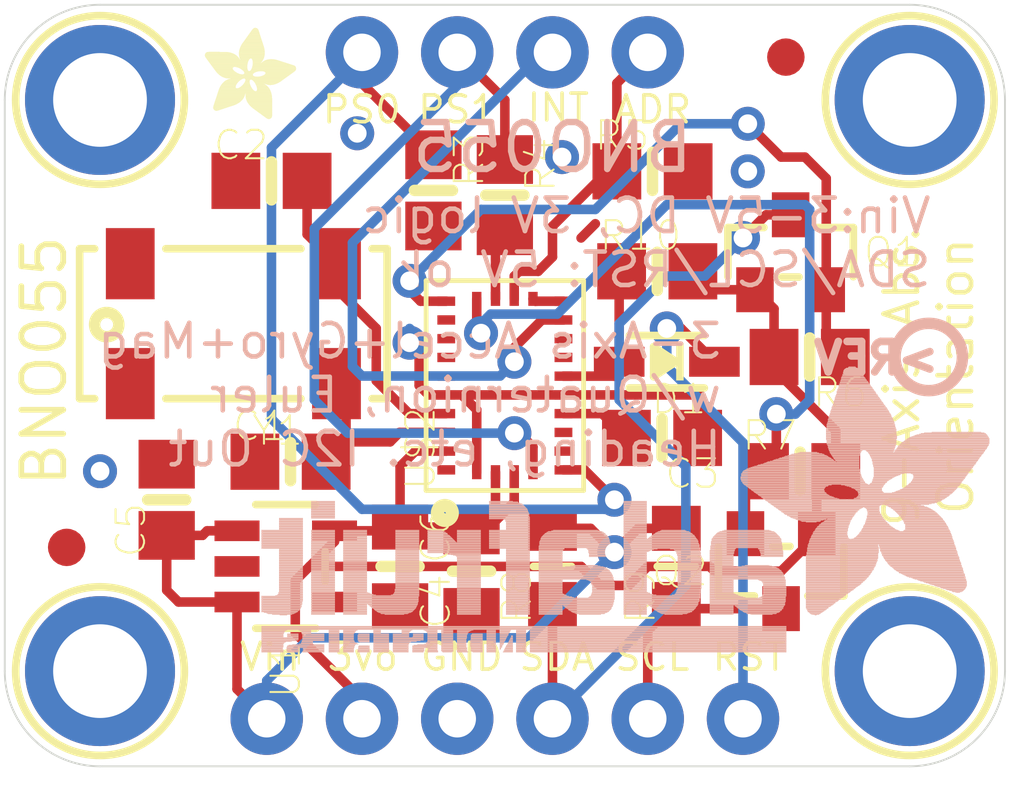
<source format=kicad_pcb>
(kicad_pcb (version 20211014) (generator pcbnew)
  (layers (0 "F.Cu" signal) (31 "B.Cu" signal) (34 "B.Paste" user) (35 "F.Paste" user) (36 "B.SilkS" user "B.Silkscreen") (37 "F.SilkS" user "F.Silkscreen") (38 "B.Mask" user) (39 "F.Mask" user) (44 "Edge.Cuts" user))
  (net 0 "")
  (net 1 "PS1_3V")
  (net 2 "PS0_3V")
  (net 3 "NRESET_3V")
  (net 4 "INT_3V")
  (net 5 "GND")
  (net 6 "I2CADDR_3V")
  (net 7 "SDA_3V")
  (net 8 "SCL_3V")
  (net 9 "N$1")
  (net 10 "N$2")
  (net 11 "N$3")
  (net 12 "5.0V")
  (net 13 "SDA_5V")
  (net 14 "SCL_5V")
  (net 15 "3.3V")
  (net 16 "RST_5V")
  (footprint "Adafruit BNO055:1X04_ROUND_76" (layer "F.Cu") (at 148.5011 96.1136)
    (fp_text reference "JP2" hide)
    (fp_text value "")
    (pad "1" thru_hole circle (at -3.81 0 90) (size 1.9304 1.9304) (drill 1) (layers *.Cu *.Mask) (net 2 "PS0_3V"))
    (pad "2" thru_hole circle (at -1.27 0 90) (size 1.9304 1.9304) (drill 1) (layers *.Cu *.Mask) (net 1 "PS1_3V"))
    (pad "3" thru_hole circle (at 1.27 0 90) (size 1.9304 1.9304) (drill 1) (layers *.Cu *.Mask) (net 4 "INT_3V"))
    (pad "4" thru_hole circle (at 3.81 0 90) (size 1.9304 1.9304) (drill 1) (layers *.Cu *.Mask) (net 6 "I2CADDR_3V"))
  )
  (footprint "Adafruit BNO055:_0805MP" (layer "F.Cu") (at 153.0731 109.8296 90)
    (fp_text reference "R9" (at -1.5875 -0.9525 90) (layer "F.SilkS") (effects (font (size 0.75948 0.75948) (thickness 0.05332)) (justify left)))
    (fp_text value "10K")
    (pad "1" smd rect (at -1.016 0 90) (size 1.2 1.3) (layers "F.Cu" "F.Paste" "F.Mask") (net 14 "SCL_5V"))
    (pad "2" smd rect (at 1.016 0 90) (size 1.2 1.3) (layers "F.Cu" "F.Paste" "F.Mask") (net 12 "5.0V"))
  )
  (footprint "Adafruit BNO055:0805-NO" (layer "F.Cu") (at 139.4841 108.0516 90)
    (fp_text reference "C5" (at -1.5875 -0.9525 90) (layer "F.SilkS") (effects (font (size 0.75948 0.75948) (thickness 0.05332)) (justify left)))
    (fp_text value "10uF")
    (pad "1" smd rect (at -0.95 0 90) (size 1.3 1.5) (layers "F.Cu" "F.Paste" "F.Mask") (net 12 "5.0V"))
    (pad "2" smd rect (at 0.95 0 90) (size 1.3 1.5) (layers "F.Cu" "F.Paste" "F.Mask") (net 5 "GND"))
  )
  (footprint "Adafruit BNO055:0805-NO" (layer "F.Cu") (at 142.7861 107.0356)
    (fp_text reference "C1" (at -1.5875 -0.9525) (layer "F.SilkS") (effects (font (size 0.75948 0.75948) (thickness 0.05332)) (justify left)))
    (fp_text value "22pF")
    (pad "1" smd rect (at -0.95 0) (size 1.3 1.5) (layers "F.Cu" "F.Paste" "F.Mask") (net 5 "GND"))
    (pad "2" smd rect (at 0.95 0) (size 1.3 1.5) (layers "F.Cu" "F.Paste" "F.Mask") (net 9 "N$1"))
  )
  (footprint "Adafruit BNO055:SOD-323" (layer "F.Cu") (at 152.8191 104.3686 180)
    (fp_text reference "D1" (at -1.1 -1) (layer "F.SilkS") (effects (font (size 0.75948 0.75948) (thickness 0.05332)) (justify right)))
    (fp_text value "1n4148")
    (pad "A" smd rect (at 1.27 0 180) (size 1.35 0.8) (layers "F.Cu" "F.Paste" "F.Mask") (net 3 "NRESET_3V"))
    (pad "C" smd rect (at -1.27 0 180) (size 1.35 0.8) (layers "F.Cu" "F.Paste" "F.Mask") (net 16 "RST_5V"))
  )
  (footprint "Adafruit BNO055:0805-NO" (layer "F.Cu") (at 152.5651 101.9556)
    (fp_text reference "R10" (at -1.5875 -0.9525) (layer "F.SilkS") (effects (font (size 0.75948 0.75948) (thickness 0.05332)) (justify left)))
    (fp_text value "10K")
    (pad "1" smd rect (at -0.95 0) (size 1.3 1.5) (layers "F.Cu" "F.Paste" "F.Mask") (net 3 "NRESET_3V"))
    (pad "2" smd rect (at 0.95 0) (size 1.3 1.5) (layers "F.Cu" "F.Paste" "F.Mask") (net 15 "3.3V"))
  )
  (footprint "Adafruit BNO055:0805-NO" (layer "F.Cu") (at 156.6291 104.2416 180)
    (fp_text reference "R6" (at -1.5875 -0.9525) (layer "F.SilkS") (effects (font (size 0.75948 0.75948) (thickness 0.05332)) (justify right)))
    (fp_text value "10K")
    (pad "1" smd rect (at -0.95 0 180) (size 1.3 1.5) (layers "F.Cu" "F.Paste" "F.Mask") (net 7 "SDA_3V"))
    (pad "2" smd rect (at 0.95 0 180) (size 1.3 1.5) (layers "F.Cu" "F.Paste" "F.Mask") (net 15 "3.3V"))
  )
  (footprint "Adafruit BNO055:0805-NO" (layer "F.Cu") (at 142.2781 99.5426)
    (fp_text reference "C2" (at -1.5875 -0.9525) (layer "F.SilkS") (effects (font (size 0.75948 0.75948) (thickness 0.05332)) (justify left)))
    (fp_text value "22pF")
    (pad "1" smd rect (at -0.95 0) (size 1.3 1.5) (layers "F.Cu" "F.Paste" "F.Mask") (net 5 "GND"))
    (pad "2" smd rect (at 0.95 0) (size 1.3 1.5) (layers "F.Cu" "F.Paste" "F.Mask") (net 10 "N$2"))
  )
  (footprint "Adafruit BNO055:FIDUCIAL_1MM" (layer "F.Cu") (at 136.8171 109.3216)
    (fp_text reference "FID2" hide)
    (fp_text value "FIDUCIAL\"\"" hide)
    (pad "1" smd roundrect (at 0 0) (size 1 1) (layers "F.Cu" "F.Mask") (roundrect_rratio 0.5))
  )
  (footprint "Adafruit BNO055:0805_10MGAP" (layer "F.Cu") (at 147.6121 109.9566 90)
    (fp_text reference "C4" (at -1.5875 -0.9525 90) (layer "F.SilkS") (effects (font (size 0.75948 0.75948) (thickness 0.05332)) (justify left)))
    (fp_text value "0.1uF")
    (pad "1" smd rect (at -1.05 0 90) (size 1.2 1.5) (layers "F.Cu" "F.Paste" "F.Mask") (net 5 "GND"))
    (pad "2" smd rect (at 1.05 0 90) (size 1.2 1.5) (layers "F.Cu" "F.Paste" "F.Mask") (net 15 "3.3V"))
  )
  (footprint "Adafruit BNO055:SOT23-WIDE" (layer "F.Cu") (at 155.8671 109.9566 180)
    (fp_text reference "Q2" (at 1.905 0) (layer "F.SilkS") (effects (font (size 0.75948 0.75948) (thickness 0.05332)) (justify right)))
    (fp_text value "BSS138")
    (pad "1" smd rect (at -0.95 1 180) (size 1 1.2) (layers "F.Cu" "F.Paste" "F.Mask") (net 15 "3.3V"))
    (pad "2" smd rect (at 0.95 1 180) (size 1 1.2) (layers "F.Cu" "F.Paste" "F.Mask") (net 8 "SCL_3V"))
    (pad "3" smd rect (at 0 -1 180) (size 1 1.2) (layers "F.Cu" "F.Paste" "F.Mask") (net 14 "SCL_5V"))
  )
  (footprint "Adafruit BNO055:CRYSTAL_8X3.8" (layer "F.Cu") (at 141.2621 103.3526 180)
    (fp_text reference "Y1" (at -1.9 -2.854) (layer "F.SilkS") (effects (font (size 0.75948 0.75948) (thickness 0.05332)) (justify right)))
    (fp_text value "32.768kHz")
    (pad "P$1" smd rect (at -2.75 1.6 180) (size 1.3 1.9) (layers "F.Cu" "F.Paste" "F.Mask") (net 10 "N$2"))
    (pad "P$2" smd rect (at 2.75 1.6 180) (size 1.3 1.9) (layers "F.Cu" "F.Paste" "F.Mask"))
    (pad "P$3" smd rect (at 2.75 -1.6 180) (size 1.3 1.9) (layers "F.Cu" "F.Paste" "F.Mask"))
    (pad "P$4" smd rect (at -2.75 -1.6 180) (size 1.3 1.9) (layers "F.Cu" "F.Paste" "F.Mask") (net 9 "N$1"))
  )
  (footprint "Adafruit BNO055:0805-NO" (layer "F.Cu") (at 146.5961 99.7966 -90)
    (fp_text reference "R3" (at -1.5875 -0.9525 90) (layer "F.SilkS") (effects (font (size 0.75948 0.75948) (thickness 0.05332)) (justify right)))
    (fp_text value "10K")
    (pad "1" smd rect (at -0.95 0 270) (size 1.3 1.5) (layers "F.Cu" "F.Paste" "F.Mask") (net 2 "PS0_3V"))
    (pad "2" smd rect (at 0.95 0 270) (size 1.3 1.5) (layers "F.Cu" "F.Paste" "F.Mask") (net 5 "GND"))
  )
  (footprint "Adafruit BNO055:ADAFRUIT_2.5MM" (layer "F.Cu") (at 140.5001 97.8916)
    (fp_text reference "U$33" hide)
    (fp_text value "" hide)
  )
  (footprint "Adafruit BNO055:FIDUCIAL_1MM" (layer "F.Cu") (at 155.9941 96.2406)
    (fp_text reference "FID1" hide)
    (fp_text value "FIDUCIAL\"\"" hide)
    (pad "1" smd roundrect (at 0 0) (size 1 1) (layers "F.Cu" "F.Mask") (roundrect_rratio 0.5))
  )
  (footprint "Adafruit BNO055:_0805MP" (layer "F.Cu") (at 149.7711 109.8296 90)
    (fp_text reference "R8" (at -1.5875 -0.9525 90) (layer "F.SilkS") (effects (font (size 0.75948 0.75948) (thickness 0.05332)) (justify left)))
    (fp_text value "10K")
    (pad "1" smd rect (at -1.016 0 90) (size 1.2 1.3) (layers "F.Cu" "F.Paste" "F.Mask") (net 13 "SDA_5V"))
    (pad "2" smd rect (at 1.016 0 90) (size 1.2 1.3) (layers "F.Cu" "F.Paste" "F.Mask") (net 12 "5.0V"))
  )
  (footprint "Adafruit BNO055:SOT23-5" (layer "F.Cu") (at 142.6591 109.8296 -90)
    (fp_text reference "U1" (at 1.978 0 90) (layer "F.SilkS") (effects (font (size 0.75948 0.75948) (thickness 0.05332)) (justify right)))
    (fp_text value "MIC5225-3.3")
    (pad "1" smd rect (at -0.95 1.3001 270) (size 0.55 1.2) (layers "F.Cu" "F.Paste" "F.Mask") (net 12 "5.0V"))
    (pad "2" smd rect (at 0 1.3001 270) (size 0.55 1.2) (layers "F.Cu" "F.Paste" "F.Mask") (net 5 "GND"))
    (pad "3" smd rect (at 0.95 1.3001 270) (size 0.55 1.2) (layers "F.Cu" "F.Paste" "F.Mask") (net 12 "5.0V"))
    (pad "4" smd rect (at 0.95 -1.3001 270) (size 0.55 1.2) (layers "F.Cu" "F.Paste" "F.Mask"))
    (pad "5" smd rect (at -0.95 -1.3001 270) (size 0.55 1.2) (layers "F.Cu" "F.Paste" "F.Mask") (net 15 "3.3V"))
  )
  (footprint "Adafruit BNO055:SOT23-WIDE" (layer "F.Cu") (at 156.1211 101.4476)
    (fp_text reference "Q1" (at 1.905 0) (layer "F.SilkS") (effects (font (size 0.75948 0.75948) (thickness 0.05332)) (justify left)))
    (fp_text value "BSS138")
    (pad "1" smd rect (at -0.95 1) (size 1 1.2) (layers "F.Cu" "F.Paste" "F.Mask") (net 15 "3.3V"))
    (pad "2" smd rect (at 0.95 1) (size 1 1.2) (layers "F.Cu" "F.Paste" "F.Mask") (net 7 "SDA_3V"))
    (pad "3" smd rect (at 0 -1) (size 1 1.2) (layers "F.Cu" "F.Paste" "F.Mask") (net 13 "SDA_5V"))
  )
  (footprint "Adafruit BNO055:0805-NO" (layer "F.Cu") (at 148.5011 99.9236 -90)
    (fp_text reference "R4" (at -1.5875 -0.9525 90) (layer "F.SilkS") (effects (font (size 0.75948 0.75948) (thickness 0.05332)) (justify right)))
    (fp_text value "10K")
    (pad "1" smd rect (at -0.95 0 270) (size 1.3 1.5) (layers "F.Cu" "F.Paste" "F.Mask") (net 1 "PS1_3V"))
    (pad "2" smd rect (at 0.95 0 270) (size 1.3 1.5) (layers "F.Cu" "F.Paste" "F.Mask") (net 5 "GND"))
  )
  (footprint "Adafruit BNO055:0805-NO" (layer "F.Cu") (at 152.4381 99.2886)
    (fp_text reference "R5" (at -1.5875 -0.9525) (layer "F.SilkS") (effects (font (size 0.75948 0.75948) (thickness 0.05332)) (justify left)))
    (fp_text value "10K")
    (pad "1" smd rect (at -0.95 0) (size 1.3 1.5) (layers "F.Cu" "F.Paste" "F.Mask") (net 6 "I2CADDR_3V"))
    (pad "2" smd rect (at 0.95 0) (size 1.3 1.5) (layers "F.Cu" "F.Paste" "F.Mask") (net 5 "GND"))
  )
  (footprint "Adafruit BNO055:MOUNTINGHOLE_2.5_PLATED_THICK" (layer "F.Cu") (at 137.7061 112.6236)
    (fp_text reference "U$30" hide)
    (fp_text value "MOUNTINGHOLE2.5_THICK" hide)
    (pad "P$1" thru_hole circle (at 0 0) (size 4 4) (drill 2.5) (layers *.Cu *.Mask))
  )
  (footprint "Adafruit BNO055:MOUNTINGHOLE_2.5_PLATED_THICK" (layer "F.Cu") (at 159.2961 97.3836)
    (fp_text reference "U$31" hide)
    (fp_text value "MOUNTINGHOLE2.5_THICK" hide)
    (pad "P$1" thru_hole circle (at 0 0) (size 4 4) (drill 2.5) (layers *.Cu *.Mask))
  )
  (footprint "Adafruit BNO055:1X06_ROUND_76" (layer "F.Cu") (at 148.5011 113.8936)
    (fp_text reference "JP1" hide)
    (fp_text value "")
    (pad "1" thru_hole circle (at -6.35 0 90) (size 1.9304 1.9304) (drill 1) (layers *.Cu *.Mask) (net 12 "5.0V"))
    (pad "2" thru_hole circle (at -3.81 0 90) (size 1.9304 1.9304) (drill 1) (layers *.Cu *.Mask) (net 15 "3.3V"))
    (pad "3" thru_hole circle (at -1.27 0 90) (size 1.9304 1.9304) (drill 1) (layers *.Cu *.Mask) (net 5 "GND"))
    (pad "4" thru_hole circle (at 1.27 0 90) (size 1.9304 1.9304) (drill 1) (layers *.Cu *.Mask) (net 13 "SDA_5V"))
    (pad "5" thru_hole circle (at 3.81 0 90) (size 1.9304 1.9304) (drill 1) (layers *.Cu *.Mask) (net 14 "SCL_5V"))
    (pad "6" thru_hole circle (at 6.35 0 90) (size 1.9304 1.9304) (drill 1) (layers *.Cu *.Mask) (net 16 "RST_5V"))
  )
  (footprint "Adafruit BNO055:MOUNTINGHOLE_2.5_PLATED_THICK" (layer "F.Cu") (at 159.2961 112.6236)
    (fp_text reference "U$32" hide)
    (fp_text value "MOUNTINGHOLE2.5_THICK" hide)
    (pad "P$1" thru_hole circle (at 0 0) (size 4 4) (drill 2.5) (layers *.Cu *.Mask))
  )
  (footprint "Adafruit BNO055:BNO055" (layer "F.Cu") (at 148.5011 105.0036 90)
    (fp_text reference "U$2" (at -2.84 -2.248 90) (layer "F.SilkS") (effects (font (size 0.75948 0.75948) (thickness 0.05332)) (justify left)))
    (fp_text value "BNO055")
    (pad "1" smd rect (at -2.25 -1.5625 90) (size 0.25 0.475) (layers "F.Cu" "F.Paste" "F.Mask"))
    (pad "2" smd rect (at -2.3125 -0.75 90) (size 0.375 0.25) (layers "F.Cu" "F.Paste" "F.Mask") (net 5 "GND"))
    (pad "3" smd rect (at -2.3125 -0.25 90) (size 0.375 0.25) (layers "F.Cu" "F.Paste" "F.Mask") (net 15 "3.3V"))
    (pad "4" smd rect (at -2.3125 0.25 90) (size 0.375 0.25) (layers "F.Cu" "F.Paste" "F.Mask") (net 15 "3.3V"))
    (pad "5" smd rect (at -2.3125 0.75 90) (size 0.375 0.25) (layers "F.Cu" "F.Paste" "F.Mask") (net 1 "PS1_3V"))
    (pad "6" smd rect (at -2.25 1.5625 90) (size 0.25 0.475) (layers "F.Cu" "F.Paste" "F.Mask") (net 2 "PS0_3V"))
    (pad "7" smd rect (at -1.75 1.5625 90) (size 0.25 0.475) (layers "F.Cu" "F.Paste" "F.Mask"))
    (pad "8" smd rect (at -1.25 1.5625 90) (size 0.25 0.475) (layers "F.Cu" "F.Paste" "F.Mask"))
    (pad "9" smd rect (at -0.75 1.5625 90) (size 0.25 0.475) (layers "F.Cu" "F.Paste" "F.Mask") (net 11 "N$3"))
    (pad "10" smd rect (at -0.25 1.5625 90) (size 0.25 0.475) (layers "F.Cu" "F.Paste" "F.Mask") (net 5 "GND"))
    (pad "11" smd rect (at 0.25 1.5625 90) (size 0.25 0.475) (layers "F.Cu" "F.Paste" "F.Mask") (net 3 "NRESET_3V"))
    (pad "12" smd rect (at 0.75 1.5625 90) (size 0.25 0.475) (layers "F.Cu" "F.Paste" "F.Mask"))
    (pad "13" smd rect (at 1.25 1.5625 90) (size 0.25 0.475) (layers "F.Cu" "F.Paste" "F.Mask"))
    (pad "14" smd rect (at 1.75 1.5625 90) (size 0.25 0.475) (layers "F.Cu" "F.Paste" "F.Mask") (net 4 "INT_3V"))
    (pad "15" smd rect (at 2.25 1.5625 90) (size 0.25 0.475) (layers "F.Cu" "F.Paste" "F.Mask") (net 5 "GND"))
    (pad "16" smd rect (at 2.3125 0.75 90) (size 0.375 0.25) (layers "F.Cu" "F.Paste" "F.Mask") (net 5 "GND"))
    (pad "17" smd rect (at 2.3125 0.25 90) (size 0.375 0.25) (layers "F.Cu" "F.Paste" "F.Mask") (net 6 "I2CADDR_3V"))
    (pad "18" smd rect (at 2.3125 -0.25 90) (size 0.375 0.25) (layers "F.Cu" "F.Paste" "F.Mask") (net 5 "GND"))
    (pad "19" smd rect (at 2.3125 -0.75 90) (size 0.375 0.25) (layers "F.Cu" "F.Paste" "F.Mask") (net 8 "SCL_3V"))
    (pad "20" smd rect (at 2.25 -1.5625 90) (size 0.25 0.475) (layers "F.Cu" "F.Paste" "F.Mask") (net 7 "SDA_3V"))
    (pad "21" smd rect (at 1.75 -1.5625 90) (size 0.25 0.475) (layers "F.Cu" "F.Paste" "F.Mask"))
    (pad "22" smd rect (at 1.25 -1.5625 90) (size 0.25 0.475) (layers "F.Cu" "F.Paste" "F.Mask"))
    (pad "23" smd rect (at 0.75 -1.5625 90) (size 0.25 0.475) (layers "F.Cu" "F.Paste" "F.Mask"))
    (pad "24" smd rect (at 0.25 -1.5625 90) (size 0.25 0.475) (layers "F.Cu" "F.Paste" "F.Mask"))
    (pad "25" smd rect (at -0.25 -1.5625 90) (size 0.25 0.475) (layers "F.Cu" "F.Paste" "F.Mask") (net 5 "GND"))
    (pad "26" smd rect (at -0.75 -1.5625 90) (size 0.25 0.475) (layers "F.Cu" "F.Paste" "F.Mask") (net 10 "N$2"))
    (pad "27" smd rect (at -1.25 -1.5625 90) (size 0.25 0.475) (layers "F.Cu" "F.Paste" "F.Mask") (net 9 "N$1"))
    (pad "28" smd rect (at -1.75 -1.5625 90) (size 0.25 0.475) (layers "F.Cu" "F.Paste" "F.Mask") (net 15 "3.3V"))
  )
  (footprint "Adafruit BNO055:0805_10MGAP" (layer "F.Cu") (at 145.7071 109.8296 -90)
    (fp_text reference "C6" (at -1.5875 -0.9525 90) (layer "F.SilkS") (effects (font (size 0.75948 0.75948) (thickness 0.05332)) (justify right)))
    (fp_text value "10uF")
    (pad "1" smd rect (at -1.05 0 270) (size 1.2 1.5) (layers "F.Cu" "F.Paste" "F.Mask") (net 15 "3.3V"))
    (pad "2" smd rect (at 1.05 0 270) (size 1.2 1.5) (layers "F.Cu" "F.Paste" "F.Mask") (net 5 "GND"))
  )
  (footprint "Adafruit BNO055:0805-NO" (layer "F.Cu") (at 152.6921 106.4006 180)
    (fp_text reference "C3" (at -1.5875 -0.9525) (layer "F.SilkS") (effects (font (size 0.75948 0.75948) (thickness 0.05332)) (justify right)))
    (fp_text value "0.1uF")
    (pad "1" smd rect (at -0.95 0 180) (size 1.3 1.5) (layers "F.Cu" "F.Paste" "F.Mask") (net 5 "GND"))
    (pad "2" smd rect (at 0.95 0 180) (size 1.3 1.5) (layers "F.Cu" "F.Paste" "F.Mask") (net 11 "N$3"))
  )
  (footprint "Adafruit BNO055:MOUNTINGHOLE_2.5_PLATED_THICK" (layer "F.Cu") (at 137.7061 97.3836)
    (fp_text reference "U$29" hide)
    (fp_text value "MOUNTINGHOLE2.5_THICK" hide)
    (pad "P$1" thru_hole circle (at 0 0) (size 4 4) (drill 2.5) (layers *.Cu *.Mask))
  )
  (footprint "Adafruit BNO055:0805-NO" (layer "F.Cu") (at 156.3751 107.2896)
    (fp_text reference "R7" (at -1.5875 -0.9525) (layer "F.SilkS") (effects (font (size 0.75948 0.75948) (thickness 0.05332)) (justify left)))
    (fp_text value "10K")
    (pad "1" smd rect (at -0.95 0) (size 1.3 1.5) (layers "F.Cu" "F.Paste" "F.Mask") (net 8 "SCL_3V"))
    (pad "2" smd rect (at 0.95 0) (size 1.3 1.5) (layers "F.Cu" "F.Paste" "F.Mask") (net 15 "3.3V"))
  )
  (footprint "Adafruit BNO055:PCBFEAT-REV-040" (layer "B.Cu") (at 159.8041 104.2416 180)
    (fp_text reference "U$3" hide)
    (fp_text value "" hide)
    (fp_text user ">REV" (at -0.3556 -0.508) (layer "B.SilkS") (effects (font (size 0.8128 0.8128) (thickness 0.2032)) (justify left bottom mirror)))
  )
  (footprint "Adafruit BNO055:ADAFRUIT_TEXT_20MM" (layer "B.Cu") (at 161.5821 112.1156 180)
    (fp_text reference "U$28" hide)
    (fp_text value "" hide)
  )
  (gr_line (start 161.8361 97.3836) (end 161.8361 112.6236) (layer "Edge.Cuts") (width 0.05))
  (gr_line (start 135.1661 112.6236) (end 135.1661 97.3836) (layer "Edge.Cuts") (width 0.05))
  (gr_arc (start 135.1661 97.3836) (mid 135.910049 95.587549) (end 137.7061 94.8436) (layer "Edge.Cuts") (width 0.05))
  (gr_arc (start 161.8361 112.6236) (mid 161.092151 114.419651) (end 159.2961 115.1636) (layer "Edge.Cuts") (width 0.05))
  (gr_line (start 137.7061 94.8436) (end 159.2961 94.8436) (layer "Edge.Cuts") (width 0.05))
  (gr_arc (start 137.7061 115.1636) (mid 135.910049 114.419651) (end 135.1661 112.6236) (layer "Edge.Cuts") (width 0.05))
  (gr_line (start 159.2961 115.1636) (end 137.7061 115.1636) (layer "Edge.Cuts") (width 0.05))
  (gr_arc (start 159.2961 94.8436) (mid 161.092151 95.587549) (end 161.8361 97.3836) (layer "Edge.Cuts") (width 0.05))
  (gr_text "Vin:3-5V DC, 3V logic\nSDA/SCL/RST: 5V ok" (at 159.9311 101.1936) (layer "B.SilkS") (effects (font (size 0.89408 0.89408) (thickness 0.12192)) (justify left mirror)))
  (gr_text "3-Axis Accel+Gyro+Mag\nw/Quaternion, Euler\nHeading, etc. I2C Out" (at 154.3431 105.2576) (layer "B.SilkS") (effects (font (size 0.89408 0.89408) (thickness 0.12192)) (justify left mirror)))
  (gr_text "BNO055" (at 149.7711 98.6536) (layer "B.SilkS") (effects (font (size 1.251712 1.251712) (thickness 0.170688)) (justify mirror)))
  (gr_text "ADR" (at 152.4471 97.6376) (layer "F.SilkS") (effects (font (size 0.715264 0.715264) (thickness 0.097536))))
  (gr_text "PS0" (at 144.6861 97.6376) (layer "F.SilkS") (effects (font (size 0.715264 0.715264) (thickness 0.097536))))
  (gr_text "SDA" (at 149.8931 112.2426) (layer "F.SilkS") (effects (font (size 0.715264 0.715264) (thickness 0.097536))))
  (gr_text "INT" (at 149.9241 97.5896) (layer "F.SilkS") (effects (font (size 0.715264 0.715264) (thickness 0.097536))))
  (gr_text "3vo" (at 144.7131 112.2426) (layer "F.SilkS") (effects (font (size 0.715264 0.715264) (thickness 0.097536))))
  (gr_text "RST" (at 155.0131 112.2426) (layer "F.SilkS") (effects (font (size 0.715264 0.715264) (thickness 0.097536))))
  (gr_text "GND" (at 147.3531 112.2426) (layer "F.SilkS") (effects (font (size 0.715264 0.715264) (thickness 0.097536))))
  (gr_text "9-Axis Abs.\nOrientation" (at 159.8041 104.7496 90) (layer "F.SilkS") (effects (font (size 0.89408 0.89408) (thickness 0.12192))))
  (gr_text "PS1" (at 147.2261 97.6376) (layer "F.SilkS") (effects (font (size 0.715264 0.715264) (thickness 0.097536))))
  (gr_text "Vin" (at 142.2401 112.2426) (layer "F.SilkS") (effects (font (size 0.715264 0.715264) (thickness 0.097536))))
  (gr_text "SCL" (at 152.4331 112.2426) (layer "F.SilkS") (effects (font (size 0.715264 0.715264) (thickness 0.097536))))
  (gr_text "BNO055" (at 136.2161 104.3466 90) (layer "F.SilkS") (effects (font (size 1.1176 1.1176) (thickness 0.1524))))
  (segment (start 148.8821 106.2736) (end 148.7551 106.2736) (width 0.254) (layer "F.Cu") (net 1))
  (segment (start 149.2511 106.6426) (end 148.8821 106.2736) (width 0.254) (layer "F.Cu") (net 1))
  (segment (start 148.5011 97.3836) (end 148.5011 98.9736) (width 0.254) (layer "F.Cu") (net 1))
  (segment (start 149.2511 107.3161) (end 149.2511 106.6426) (width 0.254) (layer "F.Cu") (net 1))
  (segment (start 147.2311 96.1136) (end 148.5011 97.3836) (width 0.254) (layer "F.Cu") (net 1))
  (via (at 148.7551 106.2736) (size 0.9064) (drill 0.5) (layers "F.Cu" "B.Cu") (net 1))
  (segment (start 147.2311 97.0026) (end 147.2311 96.1136) (width 0.254) (layer "B.Cu") (net 1))
  (segment (start 143.4211 105.3846) (end 143.4211 100.8126) (width 0.254) (layer "B.Cu") (net 1))
  (segment (start 144.3101 106.2736) (end 143.4211 105.3846) (width 0.254) (layer "B.Cu") (net 1))
  (segment (start 143.4211 100.8126) (end 147.2311 97.0026) (width 0.254) (layer "B.Cu") (net 1))
  (segment (start 148.7551 106.2736) (end 144.3101 106.2736) (width 0.254) (layer "B.Cu") (net 1))
  (segment (start 150.6241 107.2536) (end 151.4221 108.0516) (width 0.254) (layer "F.Cu") (net 2))
  (segment (start 150.0636 107.2536) (end 150.6241 107.2536) (width 0.254) (layer "F.Cu") (net 2))
  (segment (start 144.6911 96.9416) (end 146.5961 98.8466) (width 0.254) (layer "F.Cu") (net 2))
  (segment (start 144.6911 96.1136) (end 144.6911 96.9416) (width 0.254) (layer "F.Cu") (net 2))
  (via (at 151.4221 108.0516) (size 0.9064) (drill 0.5) (layers "F.Cu" "B.Cu") (net 2))
  (segment (start 151.1681 108.3056) (end 151.4221 108.0516) (width 0.254) (layer "B.Cu") (net 2))
  (segment (start 144.6911 96.2406) (end 142.2781 98.6536) (width 0.254) (layer "B.Cu") (net 2))
  (segment (start 144.6911 108.3056) (end 151.1681 108.3056) (width 0.254) (layer "B.Cu") (net 2))
  (segment (start 144.6911 96.1136) (end 144.6911 96.2406) (width 0.254) (layer "B.Cu") (net 2))
  (segment (start 142.2781 105.8926) (end 144.6911 108.3056) (width 0.254) (layer "B.Cu") (net 2))
  (segment (start 142.2781 98.6536) (end 142.2781 105.8926) (width 0.254) (layer "B.Cu") (net 2))
  (segment (start 151.6151 101.9556) (end 151.5491 101.8896) (width 0.254) (layer "F.Cu") (net 3))
  (segment (start 151.5491 101.8896) (end 151.5491 104.3686) (width 0.254) (layer "F.Cu") (net 3))
  (segment (start 151.5491 104.6226) (end 151.5491 104.3686) (width 0.254) (layer "F.Cu") (net 3))
  (segment (start 150.0636 104.7536) (end 151.4181 104.7536) (width 0.254) (layer "F.Cu") (net 3))
  (segment (start 151.4181 104.7536) (end 151.5491 104.6226) (width 0.254) (layer "F.Cu") (net 3))
  (segment (start 149.4891 103.2536) (end 148.7551 103.9876) (width 0.254) (layer "F.Cu") (net 4))
  (segment (start 148.7551 103.9876) (end 148.7551 104.3686) (width 0.254) (layer "F.Cu") (net 4))
  (segment (start 150.0636 103.2536) (end 149.4891 103.2536) (width 0.254) (layer "F.Cu") (net 4))
  (via (at 148.7551 104.3686) (size 0.9064) (drill 0.5) (layers "F.Cu" "B.Cu") (net 4))
  (segment (start 149.5171 96.1136) (end 149.7711 96.1136) (width 0.254) (layer "B.Cu") (net 4))
  (segment (start 144.4371 104.4956) (end 144.4371 101.1936) (width 0.254) (layer "B.Cu") (net 4))
  (segment (start 144.6911 104.7496) (end 148.3741 104.7496) (width 0.254) (layer "B.Cu") (net 4))
  (segment (start 144.4371 101.1936) (end 149.5171 96.1136) (width 0.254) (layer "B.Cu") (net 4))
  (segment (start 144.6911 104.7496) (end 144.4371 104.4956) (width 0.254) (layer "B.Cu") (net 4))
  (segment (start 148.3741 104.7496) (end 148.7551 104.3686) (width 0.254) (layer "B.Cu") (net 4))
  (segment (start 146.2151 105.0036) (end 146.2151 103.9876) (width 0.254) (layer "F.Cu") (net 5))
  (segment (start 147.7511 105.6506) (end 147.4216 105.3211) (width 0.254) (layer "F.Cu") (net 5))
  (segment (start 153.0731 99.2886) (end 153.3881 99.2886) (width 0.254) (layer "F.Cu") (net 5))
  (segment (start 146.4651 105.2536) (end 146.2151 105.0036) (width 0.254) (layer "F.Cu") (net 5))
  (segment (start 148.2511 102.6911) (end 148.2511 101.1236) (width 0.254) (layer "F.Cu") (net 5))
  (segment (start 147.4891 105.2536) (end 147.4216 105.3211) (width 0.254) (layer "F.Cu") (net 5))
  (segment (start 149.3136 102.7536) (end 150.0636 102.7536) (width 0.254) (layer "F.Cu") (net 5))
  (segment (start 149.2511 102.6911) (end 149.3136 102.7536) (width 0.254) (layer "F.Cu") (net 5))
  (segment (start 150.0636 105.2536) (end 153.7041 105.2536) (width 0.254) (layer "F.Cu") (net 5))
  (segment (start 150.5331 101.0666) (end 150.9141 100.6856) (width 0.254) (layer "F.Cu") (net 5))
  (segment (start 153.7081 106.3346) (end 153.6421 106.4006) (width 0.254) (layer "F.Cu") (net 5))
  (segment (start 150.0636 105.2536) (end 147.4891 105.2536) (width 0.254) (layer "F.Cu") (net 5))
  (segment (start 146.9386 105.2536) (end 146.4651 105.2536) (width 0.254) (layer "F.Cu") (net 5))
  (segment (start 148.2511 101.1236) (end 148.5011 100.8736) (width 0.254) (layer "F.Cu") (net 5))
  (segment (start 147.3541 105.2536) (end 146.9386 105.2536) (width 0.254) (layer "F.Cu") (net 5))
  (segment (start 147.7511 107.3161) (end 147.7511 105.6506) (width 0.254) (layer "F.Cu") (net 5))
  (segment (start 147.4216 105.3211) (end 147.3541 105.2536) (width 0.254) (layer "F.Cu") (net 5))
  (segment (start 153.7081 105.2576) (end 153.7081 106.3346) (width 0.254) (layer "F.Cu") (net 5))
  (segment (start 153.7041 105.2536) (end 153.7081 105.2576) (width 0.254) (layer "F.Cu") (net 5))
  (via (at 154.9781 99.2886) (size 0.9064) (drill 0.5) (layers "F.Cu" "B.Cu") (net 5))
  (via (at 144.5641 98.2726) (size 0.9064) (drill 0.5) (layers "F.Cu" "B.Cu") (net 5))
  (via (at 150.0251 98.9076) (size 0.9064) (drill 0.5) (layers "F.Cu" "B.Cu") (net 5))
  (via (at 137.7061 107.2896) (size 0.9064) (drill 0.5) (layers "F.Cu" "B.Cu") (net 5))
  (via (at 145.9611 103.8606) (size 0.9064) (drill 0.5) (layers "F.Cu" "B.Cu") (net 5))
  (segment (start 146.0881 103.6066) (end 145.9611 103.4796) (width 0.254) (layer "B.Cu") (net 5))
  (segment (start 148.7511 102.0866) (end 148.7511 102.6911) (width 0.254) (layer "F.Cu") (net 6))
  (segment (start 149.3901 101.9556) (end 149.7711 101.5746) (width 0.254) (layer "F.Cu") (net 6))
  (segment (start 151.4881 99.2886) (end 151.4881 96.9366) (width 0.254) (layer "F.Cu") (net 6))
  (segment (start 149.7711 100.7516) (end 151.2341 99.2886) (width 0.254) (layer "F.Cu") (net 6))
  (segment (start 151.2341 99.2886) (end 151.4881 99.2886) (width 0.254) (layer "F.Cu") (net 6))
  (segment (start 151.4881 96.9366) (end 152.3111 96.1136) (width 0.254) (layer "F.Cu") (net 6))
  (segment (start 148.8821 101.9556) (end 148.7511 102.0866) (width 0.254) (layer "F.Cu") (net 6))
  (segment (start 149.7711 101.5746) (end 149.7711 100.7516) (width 0.254) (layer "F.Cu") (net 6))
  (segment (start 149.3901 101.9556) (end 148.8821 101.9556) (width 0.254) (layer "F.Cu") (net 6))
  (segment (start 146.9386 102.7536) (end 146.2511 102.7536) (width 0.254) (layer "F.Cu") (net 7))
  (segment (start 146.2511 102.7536) (end 145.9611 102.4636) (width 0.254) (layer "F.Cu") (net 7))
  (segment (start 156.5021 98.9076) (end 155.8671 98.9076) (width 0.254) (layer "F.Cu") (net 7))
  (segment (start 157.0711 103.7336) (end 157.0711 102.4476) (width 0.254) (layer "F.Cu") (net 7))
  (segment (start 157.5791 104.2416) (end 157.0711 103.7336) (width 0.254) (layer "F.Cu") (net 7))
  (segment (start 157.0711 102.4476) (end 157.0711 99.4766) (width 0.254) (layer "F.Cu") (net 7))
  (segment (start 157.0711 99.4766) (end 156.5021 98.9076) (width 0.254) (layer "F.Cu") (net 7))
  (segment (start 145.9611 102.4636) (end 145.9611 102.2096) (width 0.254) (layer "F.Cu") (net 7))
  (segment (start 155.8671 98.9076) (end 154.9781 98.0186) (width 0.254) (layer "F.Cu") (net 7))
  (via (at 154.9781 98.0186) (size 0.9064) (drill 0.5) (layers "F.Cu" "B.Cu") (net 7))
  (via (at 145.9611 102.2096) (size 0.9064) (drill 0.5) (layers "F.Cu" "B.Cu") (net 7))
  (segment (start 150.9141 100.3046) (end 153.2001 98.0186) (width 0.254) (layer "B.Cu") (net 7))
  (segment (start 147.8661 100.3046) (end 150.9141 100.3046) (width 0.254) (layer "B.Cu") (net 7))
  (segment (start 153.2001 98.0186) (end 154.9781 98.0186) (width 0.254) (layer "B.Cu") (net 7))
  (segment (start 147.8661 100.3046) (end 145.9611 102.2096) (width 0.254) (layer "B.Cu") (net 7))
  (segment (start 155.7401 105.7656) (end 155.7401 107.2236) (width 0.254) (layer "F.Cu") (net 8))
  (segment (start 155.4251 107.2896) (end 154.9171 107.7976) (width 0.254) (layer "F.Cu") (net 8))
  (segment (start 155.7401 107.2236) (end 155.6741 107.2896) (width 0.254) (layer "F.Cu") (net 8))
  (segment (start 147.7511 103.4916) (end 147.8661 103.6066) (width 0.254) (layer "F.Cu") (net 8))
  (segment (start 154.9171 107.7976) (end 154.9171 108.9566) (width 0.254) (layer "F.Cu") (net 8))
  (segment (start 155.6741 107.2896) (end 155.4251 107.2896) (width 0.254) (layer "F.Cu") (net 8))
  (segment (start 147.7511 102.6911) (end 147.7511 103.4916) (width 0.254) (layer "F.Cu") (net 8))
  (via (at 147.8661 103.6066) (size 0.9064) (drill 0.5) (layers "F.Cu" "B.Cu") (net 8))
  (via (at 155.7401 105.7656) (size 0.9064) (drill 0.5) (layers "F.Cu" "B.Cu") (net 8))
  (segment (start 147.8661 103.6066) (end 147.8661 103.3526) (width 0.254) (layer "B.Cu") (net 8))
  (segment (start 149.8981 103.0986) (end 152.8191 100.1776) (width 0.254) (layer "B.Cu") (net 8))
  (segment (start 156.5021 100.1776) (end 156.6291 100.3046) (width 0.254) (layer "B.Cu") (net 8))
  (segment (start 148.1201 103.0986) (end 149.8981 103.0986) (width 0.254) (layer "B.Cu") (net 8))
  (segment (start 156.6291 105.3846) (end 156.2481 105.7656) (width 0.254) (layer "B.Cu") (net 8))
  (segment (start 147.8661 103.3526) (end 148.1201 103.0986) (width 0.254) (layer "B.Cu") (net 8))
  (segment (start 156.2481 105.7656) (end 155.7401 105.7656) (width 0.254) (layer "B.Cu") (net 8))
  (segment (start 152.8191 100.1776) (end 156.5021 100.1776) (width 0.254) (layer "B.Cu") (net 8))
  (segment (start 156.6291 100.3046) (end 156.6291 105.3846) (width 0.254) (layer "B.Cu") (net 8))
  (segment (start 145.6941 106.2536) (end 145.4421 106.5056) (width 0.254) (layer "F.Cu") (net 9))
  (segment (start 145.4421 106.5056) (end 144.2661 106.5056) (width 0.254) (layer "F.Cu") (net 9))
  (segment (start 144.2661 106.5056) (end 143.7361 107.0356) (width 0.254) (layer "F.Cu") (net 9))
  (segment (start 144.2661 105.2066) (end 144.2661 106.5056) (width 0.254) (layer "F.Cu") (net 9))
  (segment (start 146.9386 106.2536) (end 145.6941 106.2536) (width 0.254) (layer "F.Cu") (net 9))
  (segment (start 144.0121 104.9526) (end 144.2661 105.2066) (width 0.254) (layer "F.Cu") (net 9))
  (segment (start 144.0121 102.4196) (end 144.0121 101.7526) (width 0.254) (layer "F.Cu") (net 10))
  (segment (start 146.9386 105.7536) (end 145.9491 105.7536) (width 0.254) (layer "F.Cu") (net 10))
  (segment (start 145.0721 104.8766) (end 145.0721 103.4796) (width 0.254) (layer "F.Cu") (net 10))
  (segment (start 145.9491 105.7536) (end 145.0721 104.8766) (width 0.254) (layer "F.Cu") (net 10))
  (segment (start 145.0721 103.4796) (end 144.0121 102.4196) (width 0.254) (layer "F.Cu") (net 10))
  (segment (start 143.2281 100.9686) (end 144.0121 101.7526) (width 0.254) (layer "F.Cu") (net 10))
  (segment (start 143.2281 100.9686) (end 143.2281 99.5426) (width 0.254) (layer "F.Cu") (net 10))
  (segment (start 150.0636 105.7536) (end 151.0951 105.7536) (width 0.254) (layer "F.Cu") (net 11))
  (segment (start 151.0951 105.7536) (end 151.7421 106.4006) (width 0.254) (layer "F.Cu") (net 11))
  (segment (start 141.359 108.8796) (end 140.5611 108.8796) (width 0.254) (layer "F.Cu") (net 12))
  (segment (start 152.0571 108.8136) (end 151.4221 109.4486) (width 0.254) (layer "F.Cu") (net 12))
  (segment (start 140.5611 108.8796) (end 140.4391 109.0016) (width 0.254) (layer "F.Cu") (net 12))
  (segment (start 140.4391 109.0016) (end 139.4841 109.0016) (width 0.254) (layer "F.Cu") (net 12))
  (segment (start 149.7711 108.8136) (end 150.7871 108.8136) (width 0.254) (layer "F.Cu") (net 12))
  (segment (start 142.1511 113.8936) (end 141.359 113.1015) (width 0.254) (layer "F.Cu") (net 12))
  (segment (start 141.359 110.7796) (end 139.7991 110.7796) (width 0.254) (layer "F.Cu") (net 12))
  (segment (start 139.7991 110.7796) (end 139.4841 110.4646) (width 0.254) (layer "F.Cu") (net 12))
  (segment (start 141.359 113.1015) (end 141.359 110.7796) (width 0.254) (layer "F.Cu") (net 12))
  (segment (start 150.7871 108.8136) (end 151.4221 109.4486) (width 0.254) (layer "F.Cu") (net 12))
  (segment (start 153.0731 108.8136) (end 152.0571 108.8136) (width 0.254) (layer "F.Cu") (net 12))
  (segment (start 139.4841 110.4646) (end 139.4841 109.0016) (width 0.254) (layer "F.Cu") (net 12))
  (via (at 151.4221 109.4486) (size 0.9064) (drill 0.5) (layers "F.Cu" "B.Cu") (net 12))
  (segment (start 142.1511 112.8776) (end 142.1511 113.8936) (width 0.254) (layer "B.Cu") (net 12))
  (segment (start 143.2941 111.7346) (end 142.1511 112.8776) (width 0.254) (layer "B.Cu") (net 12))
  (segment (start 149.1361 111.7346) (end 143.2941 111.7346) (width 0.254) (layer "B.Cu") (net 12))
  (segment (start 151.4221 109.4486) (end 149.1361 111.7346) (width 0.254) (layer "B.Cu") (net 12))
  (segment (start 155.4701 100.4476) (end 156.1211 100.4476) (width 0.254) (layer "F.Cu") (net 13))
  (segment (start 154.8511 101.0666) (end 155.4701 100.4476) (width 0.254) (layer "F.Cu") (net 13))
  (segment (start 149.7711 110.8456) (end 149.7711 113.8936) (width 0.254) (layer "F.Cu") (net 13))
  (via (at 154.8511 101.0666) (size 0.9064) (drill 0.5) (layers "F.Cu" "B.Cu") (net 13))
  (segment (start 153.3271 110.3376) (end 153.3271 107.1626) (width 0.254) (layer "B.Cu") (net 13))
  (segment (start 153.3271 107.1626) (end 151.5491 105.3846) (width 0.254) (layer "B.Cu") (net 13))
  (segment (start 151.5491 105.3846) (end 151.5491 103.3526) (width 0.254) (layer "B.Cu") (net 13))
  (segment (start 149.7711 113.8936) (end 153.3271 110.3376) (width 0.254) (layer "B.Cu") (net 13))
  (segment (start 151.5491 103.3526) (end 152.8191 102.0826) (width 0.254) (layer "B.Cu") (net 13))
  (segment (start 152.8191 102.0826) (end 153.8351 102.0826) (width 0.254) (layer "B.Cu") (net 13))
  (segment (start 153.8351 102.0826) (end 154.8511 101.0666) (width 0.254) (layer "B.Cu") (net 13))
  (segment (start 152.3111 113.8936) (end 152.3111 111.5416) (width 0.254) (layer "F.Cu") (net 14))
  (segment (start 153.0731 110.8456) (end 153.1841 110.9566) (width 0.254) (layer "F.Cu") (net 14))
  (segment (start 153.0071 110.8456) (end 153.0731 110.8456) (width 0.254) (layer "F.Cu") (net 14))
  (segment (start 152.3111 111.5416) (end 153.0071 110.8456) (width 0.254) (layer "F.Cu") (net 14))
  (segment (start 153.1841 110.9566) (end 155.8671 110.9566) (width 0.254) (layer "F.Cu") (net 14))
  (segment (start 148.2511 108.6176) (end 148.7511 108.1176) (width 0.254) (layer "F.Cu") (net 15))
  (segment (start 142.9131 111.6076) (end 142.9131 110.2106) (width 0.254) (layer "F.Cu") (net 15))
  (segment (start 148.2511 108.6176) (end 147.9621 108.9066) (width 0.254) (layer "F.Cu") (net 15))
  (segment (start 143.2941 109.8296) (end 143.9592 109.1645) (width 0.254) (layer "F.Cu") (net 15))
  (segment (start 155.1711 102.4476) (end 155.6791 102.9556) (width 0.254) (layer "F.Cu") (net 15))
  (segment (start 155.6791 104.5616) (end 157.3251 106.2076) (width 0.254) (layer "F.Cu") (net 15))
  (segment (start 147.9621 108.9066) (end 147.6121 108.9066) (width 0.254) (layer "F.Cu") (net 15))
  (segment (start 152.3111 109.8296) (end 153.9621 109.8296) (width 0.254) (layer "F.Cu") (net 15))
  (segment (start 151.8031 110.3376) (end 152.3111 109.8296) (width 0.254) (layer "F.Cu") (net 15))
  (segment (start 156.8171 107.7976) (end 156.8171 108.9566) (width 0.254) (layer "F.Cu") (net 15))
  (segment (start 153.5151 101.9556) (end 154.0071 102.4476) (width 0.254) (layer "F.Cu") (net 15))
  (segment (start 142.9131 110.2106) (end 143.2941 109.8296) (width 0.254) (layer "F.Cu") (net 15))
  (segment (start 143.2941 109.8296) (end 150.5331 109.8296) (width 0.254) (layer "F.Cu") (net 15))
  (segment (start 157.3251 106.2076) (end 157.3251 107.2896) (width 0.254) (layer "F.Cu") (net 15))
  (segment (start 150.5331 109.8296) (end 151.0411 110.3376) (width 0.254) (layer "F.Cu") (net 15))
  (segment (start 146.9386 106.7536) (end 146.1161 106.7536) (width 0.254) (layer "F.Cu") (net 15))
  (segment (start 143.9592 109.1645) (end 143.9592 108.8796) (width 0.254) (layer "F.Cu") (net 15))
  (segment (start 143.9592 108.8796) (end 145.6071 108.8796) (width 0.254) (layer "F.Cu") (net 15))
  (segment (start 154.0891 109.9566) (end 155.8671 109.9566) (width 0.254) (layer "F.Cu") (net 15))
  (segment (start 157.3251 107.2896) (end 156.8171 107.7976) (width 0.254) (layer "F.Cu") (net 15))
  (segment (start 153.9621 109.8296) (end 154.0891 109.9566) (width 0.254) (layer "F.Cu") (net 15))
  (segment (start 154.0071 102.4476) (end 155.1711 102.4476) (width 0.254) (layer "F.Cu") (net 15))
  (segment (start 157.1981 107.4166) (end 157.3251 107.2896) (width 0.254) (layer "F.Cu") (net 15))
  (segment (start 145.6071 108.8796) (end 145.7071 108.7796) (width 0.254) (layer "F.Cu") (net 15))
  (segment (start 148.7511 107.3161) (end 148.7511 108.1176) (width 0.254) (layer "F.Cu") (net 15))
  (segment (start 155.6791 104.2416) (end 155.6791 104.5616) (width 0.254) (layer "F.Cu") (net 15))
  (segment (start 155.8671 109.9566) (end 156.8171 109.0066) (width 0.254) (layer "F.Cu") (net 15))
  (segment (start 156.8171 109.0066) (end 156.8171 108.9566) (width 0.254) (layer "F.Cu") (net 15))
  (segment (start 146.1161 106.7536) (end 145.7071 107.1626) (width 0.254) (layer "F.Cu") (net 15))
  (segment (start 145.7071 107.1626) (end 145.7071 108.7796) (width 0.254) (layer "F.Cu") (net 15))
  (segment (start 145.7071 108.7796) (end 147.4851 108.7796) (width 0.254) (layer "F.Cu") (net 15))
  (segment (start 144.6911 113.8936) (end 144.6911 113.3856) (width 0.254) (layer "F.Cu") (net 15))
  (segment (start 144.6911 113.3856) (end 142.9131 111.6076) (width 0.254) (layer "F.Cu") (net 15))
  (segment (start 147.4851 108.7796) (end 147.6121 108.9066) (width 0.254) (layer "F.Cu") (net 15))
  (segment (start 151.0411 110.3376) (end 151.8031 110.3376) (width 0.254) (layer "F.Cu") (net 15))
  (segment (start 148.2511 107.3161) (end 148.2511 108.6176) (width 0.254) (layer "F.Cu") (net 15))
  (segment (start 155.6791 102.9556) (end 155.6791 104.2416) (width 0.254) (layer "F.Cu") (net 15))
  (segment (start 153.2001 103.4796) (end 152.8191 103.4796) (width 0.254) (layer "F.Cu") (net 16))
  (segment (start 154.0891 104.3686) (end 153.2001 103.4796) (width 0.254) (layer "F.Cu") (net 16))
  (via (at 152.8191 103.4796) (size 0.9064) (drill 0.5) (layers "F.Cu" "B.Cu") (net 16))
  (segment (start 154.8511 113.8936) (end 154.8511 106.5276) (width 0.254) (layer "B.Cu") (net 16))
  (segment (start 154.8511 106.5276) (end 152.8191 104.4956) (width 0.254) (layer "B.Cu") (net 16))
  (segment (start 152.8191 104.4956) (end 152.8191 103.4796) (width 0.254) (layer "B.Cu") (net 16))
)
</source>
